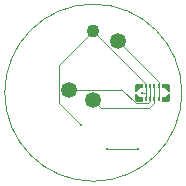
<source format=gbr>
%TF.GenerationSoftware,KiCad,Pcbnew,9.0.0*%
%TF.CreationDate,2025-03-13T15:55:56-04:00*%
%TF.ProjectId,IngestibleCapsule-Board,496e6765-7374-4696-926c-654361707375,rev?*%
%TF.SameCoordinates,Original*%
%TF.FileFunction,Copper,L2,Bot*%
%TF.FilePolarity,Positive*%
%FSLAX46Y46*%
G04 Gerber Fmt 4.6, Leading zero omitted, Abs format (unit mm)*
G04 Created by KiCad (PCBNEW 9.0.0) date 2025-03-13 15:55:56*
%MOMM*%
%LPD*%
G01*
G04 APERTURE LIST*
%TA.AperFunction,EtchedComponent*%
%ADD10C,0.000000*%
%TD*%
%TA.AperFunction,SMDPad,CuDef*%
%ADD11R,0.230000X0.350000*%
%TD*%
%TA.AperFunction,ComponentPad*%
%ADD12C,1.350000*%
%TD*%
%TA.AperFunction,ComponentPad*%
%ADD13C,1.100000*%
%TD*%
%TA.AperFunction,ViaPad*%
%ADD14C,0.250000*%
%TD*%
%TA.AperFunction,Conductor*%
%ADD15C,0.100000*%
%TD*%
%TA.AperFunction,Profile*%
%ADD16C,0.050000*%
%TD*%
G04 APERTURE END LIST*
D10*
%TA.AperFunction,EtchedComponent*%
%TO.C,J3*%
G36*
X104225001Y-94600000D02*
G01*
X103945001Y-94600000D01*
X103715001Y-94919999D01*
X103500001Y-94919999D01*
X103500001Y-94389999D01*
X103639999Y-94250000D01*
X104225001Y-94250000D01*
X104225001Y-94600000D01*
G37*
%TD.AperFunction*%
%TA.AperFunction,EtchedComponent*%
G36*
X103945001Y-95400000D02*
G01*
X104225001Y-95400000D01*
X104225001Y-95750000D01*
X103639999Y-95750000D01*
X103500001Y-95610001D01*
X103500001Y-95080001D01*
X103715001Y-95080001D01*
X103945001Y-95400000D01*
G37*
%TD.AperFunction*%
%TA.AperFunction,EtchedComponent*%
G36*
X106499999Y-94389999D02*
G01*
X106499999Y-94919999D01*
X106284999Y-94919999D01*
X106054999Y-94600000D01*
X105774999Y-94600000D01*
X105774999Y-94250000D01*
X106360001Y-94250000D01*
X106499999Y-94389999D01*
G37*
%TD.AperFunction*%
%TA.AperFunction,EtchedComponent*%
G36*
X106499999Y-95610001D02*
G01*
X106360001Y-95750000D01*
X105774999Y-95750000D01*
X105774999Y-95400000D01*
X106054999Y-95400000D01*
X106284999Y-95080001D01*
X106499999Y-95080001D01*
X106499999Y-95610001D01*
G37*
%TD.AperFunction*%
%TD*%
D11*
%TO.P,J3,1,1*%
%TO.N,I2C_GND*%
X104475000Y-94425000D03*
X104475000Y-95575000D03*
%TO.P,J3,2,2*%
%TO.N,/SEN_I2C_SCL*%
X104824999Y-94425000D03*
X104824999Y-95575000D03*
%TO.P,J3,3,3*%
%TO.N,/SEN_I2C_SDA*%
X105175001Y-94425000D03*
X105175001Y-95575000D03*
%TO.P,J3,4,4*%
%TO.N,I2C_VDD*%
X105525000Y-94425000D03*
X105525000Y-95575000D03*
%TD*%
D12*
%TO.P,U2,1,SDA*%
%TO.N,/SEN_I2C_SDA*%
X100000000Y-95600000D03*
%TO.P,U2,2,VDD*%
%TO.N,I2C_VDD*%
X102065000Y-90615000D03*
D13*
%TO.P,U2,3,GND*%
%TO.N,I2C_GND*%
X100000000Y-89760000D03*
D12*
%TO.P,U2,4,SCL*%
%TO.N,/SEN_I2C_SCL*%
X97935000Y-94745000D03*
%TD*%
D14*
%TO.N,I2C_GND*%
X104100000Y-95000000D03*
X98975000Y-97700000D03*
%TO.N,Net-(U3-SDO{slash}ADDR)*%
X103750000Y-99750000D03*
X101150000Y-99750000D03*
%TD*%
D15*
%TO.N,/SEN_I2C_SCL*%
X104824999Y-95734002D02*
X104824999Y-95575000D01*
X102421451Y-94745000D02*
X103577451Y-95901000D01*
%TO.N,/SEN_I2C_SDA*%
X100675000Y-96275000D02*
X104750001Y-96275000D01*
%TO.N,/SEN_I2C_SCL*%
X104824999Y-94425000D02*
X104824999Y-95575000D01*
X97935000Y-94745000D02*
X102421451Y-94745000D01*
%TO.N,/SEN_I2C_SDA*%
X100000000Y-95600000D02*
X100675000Y-96275000D01*
%TO.N,I2C_VDD*%
X105525000Y-94075000D02*
X105525000Y-94425000D01*
%TO.N,/SEN_I2C_SCL*%
X104658001Y-95901000D02*
X104824999Y-95734002D01*
%TO.N,I2C_VDD*%
X102065000Y-90615000D02*
X105525000Y-94075000D01*
%TO.N,/SEN_I2C_SDA*%
X104750001Y-96275000D02*
X105175001Y-95850000D01*
X105175001Y-95850000D02*
X105175001Y-95575000D01*
X105175001Y-94425000D02*
X105175001Y-95575000D01*
%TO.N,I2C_VDD*%
X105525000Y-94425000D02*
X105525000Y-95575000D01*
%TO.N,/SEN_I2C_SCL*%
X103577451Y-95901000D02*
X104658001Y-95901000D01*
%TO.N,I2C_GND*%
X100000000Y-89760000D02*
X97109000Y-92651000D01*
X97109000Y-92651000D02*
X97109000Y-95834000D01*
X97109000Y-95834000D02*
X98975000Y-97700000D01*
X100000000Y-89760000D02*
X104475000Y-94235000D01*
X104475000Y-94235000D02*
X104475000Y-94425000D01*
%TO.N,Net-(U3-SDO{slash}ADDR)*%
X103750000Y-99750000D02*
X101150000Y-99750000D01*
%TO.N,I2C_GND*%
X104475000Y-95000000D02*
X104475000Y-95575000D01*
X104100000Y-95000000D02*
X104475000Y-95000000D01*
X104475000Y-94425000D02*
X104475000Y-95000000D01*
%TD*%
D16*
X107500000Y-95000000D02*
G75*
G02*
X92500000Y-95000000I-7500000J0D01*
G01*
X92500000Y-95000000D02*
G75*
G02*
X107500000Y-95000000I7500000J0D01*
G01*
M02*

</source>
